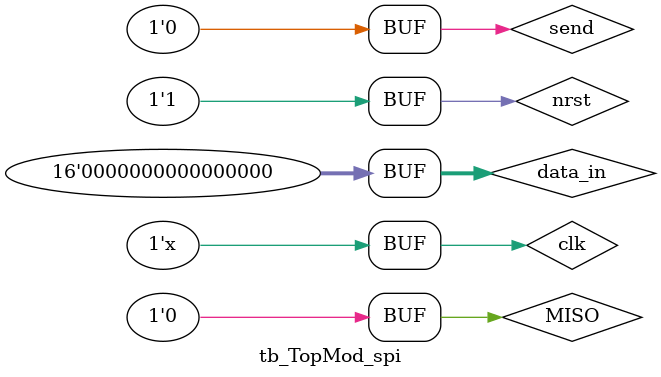
<source format=v>
`timescale 1ns / 1ps


module tb_TopMod_spi;

	// Inputs
	reg clk;
	reg nrst;
	reg send;
	reg [15:0] data_in;
	reg MISO;

	// Outputs
	wire [15:0] data_out;
	wire done;
	wire MOSI;
	wire SCLK;
	wire SS;

	// Instantiate the Unit Under Test (UUT)
	TopMod_spi uut (
		.clk(clk), 
		.nrst(nrst), 
		.send(send), 
		.data_in(data_in), 
		.data_out(data_out), 
		.done(done), 
		.MISO(MISO), 
		.MOSI(MOSI), 
		.SCLK(SCLK), 
		.SS(SS)
	);

	initial
	begin
		// Initialize Inputs
		clk = 0;
		nrst = 1;
		send = 0;
		data_in = 0;
		MISO = 0;
	end
	
	//First transaction
	initial
	begin
		// Wait 100 ns for global reset to finish
		#100;        
		// Add stimulus here
		#100 nrst <= 0;
		#100 nrst <= 1;
		#650 send <= 1;
		#100 send <= 0;
		#100 data_in <= 16'haa33;
		#100 data_in <= 0;
	end
	//received data 0xaaaa
	initial
	begin
		#1250 MISO <= 1;
		#1600 MISO <= 0;
		#1600 MISO <= 1;
		#1600 MISO <= 0;
		#1600 MISO <= 1;
		#1600 MISO <= 0;
		#1600 MISO <= 1;
		#1600 MISO <= 0;
		#1600 MISO <= 1;
		#1600 MISO <= 0;
		#1600 MISO <= 1;
		#1600 MISO <= 0;
		#1600 MISO <= 1;
		#1600 MISO <= 0;
		#1600 MISO <= 1;
		#1600 MISO <= 0;
	end
	
	//Second transaction
	initial
	begin
		#40100;
		// Add stimulus here      
		#100 nrst <= 0;
		#100 nrst <= 1;
		#650 send <= 1;
		#100 send <= 0;
		#100 data_in <= 16'h8888;
		#100 data_in <= 0;
	end
	//received data 0x0aa8
	initial
	begin
		#41250 MISO <= 0;
		#1600 MISO <= 0;
		#1600 MISO <= 0;
		#1600 MISO <= 0;
		#1600 MISO <= 1;
		#1600 MISO <= 0;
		#1600 MISO <= 1;
		#1600 MISO <= 0;
		#1600 MISO <= 1;
		#1600 MISO <= 0;
		#1600 MISO <= 1;
		#1600 MISO <= 0;
		#1600 MISO <= 1;
		#1600 MISO <= 0;
		#1600 MISO <= 0;
		#1600 MISO <= 0;
	end
	
	//10MHz frequency
	always #50
		clk <= ~clk;
      
endmodule


</source>
